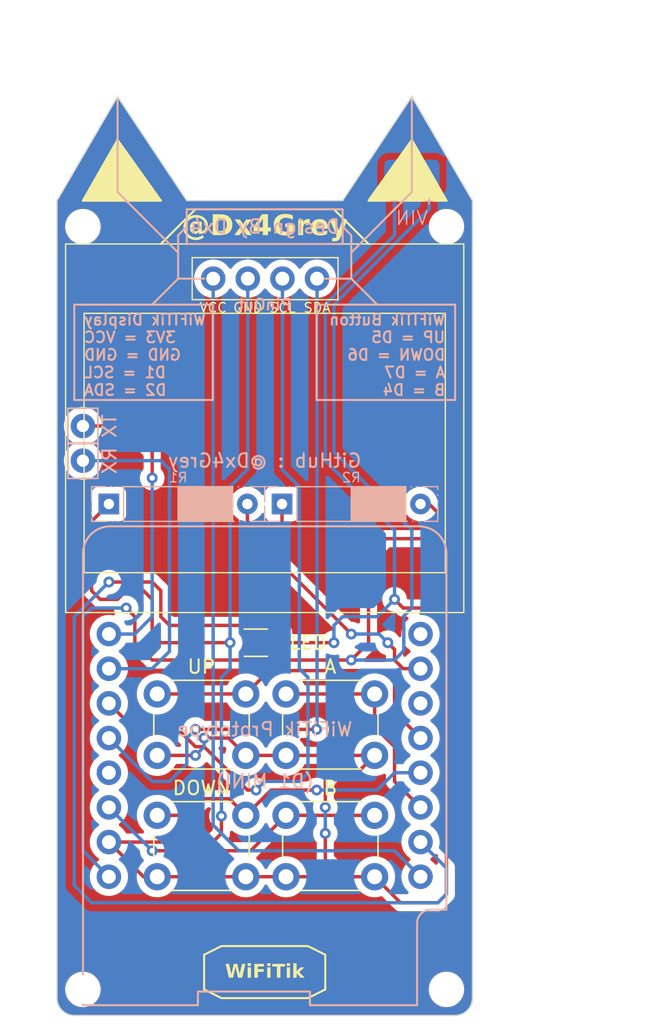
<source format=kicad_pcb>
(kicad_pcb (version 20221018) (generator pcbnew)
  (layers (0 "F.Cu" signal) (31 "B.Cu" signal) (34 "B.Paste" user) (35 "F.Paste" user) (36 "B.SilkS" user "B.Silkscreen") (37 "F.SilkS" user "F.Silkscreen") (38 "B.Mask" user) (39 "F.Mask" user) (44 "Edge.Cuts" user))
  (net 0 "")
  (net 1 "/GND")
  (net 2 "/VCC")
  (net 3 "/SCL")
  (net 4 "/SDA")
  (net 5 "/5V5")
  (net 6 "/UP")
  (net 7 "/A")
  (net 8 "/DOWN")
  (net 9 "/B")
  (net 10 "/BATLEVEL")
  (net 11 "/TX")
  (net 12 "/RX")
  (net 13 "/LED")
  (footprint "Button_Switch_THT:SW_PUSH_6mm" (layer "F.Cu") (at 150.865 119.325)
    (fp_text reference "UP" (at 3.25 -2) (layer "F.SilkS"))
    (fp_text value "SW_PUSH_6mm" hide)
    (fp_line (start -0.25 1.5) (end -0.25 3) (stroke (width 0.12)) (layer "F.SilkS"))
    (fp_line (start 1 5.5) (end 5.5 5.5) (stroke (width 0.12)) (layer "F.SilkS"))
    (fp_line (start 5.5 -1) (end 1 -1) (stroke (width 0.12)) (layer "F.SilkS"))
    (fp_line (start 6.75 3) (end 6.75 1.5) (stroke (width 0.12)) (layer "F.SilkS"))
    (pad "1" thru_hole circle (at 0 0 90) (size 2 2) (drill 1.1) (layers "*.Cu" "*.Mask") (net 6 "/UP"))
    (pad "1" thru_hole circle (at 6.5 0 90) (size 2 2) (drill 1.1) (layers "*.Cu" "*.Mask") (net 6 "/UP"))
    (pad "2" thru_hole circle (at 0 4.5 90) (size 2 2) (drill 1.1) (layers "*.Cu" "*.Mask") (net 1 "/GND"))
    (pad "2" thru_hole circle (at 6.5 4.5 90) (size 2 2) (drill 1.1) (layers "*.Cu" "*.Mask") (net 1 "/GND"))
  )
  (footprint "Button_Switch_THT:SW_PUSH_6mm" (layer "F.Cu") (at 160.315 119.325)
    (fp_text reference "A" (at 3.25 -2) (layer "F.SilkS"))
    (fp_text value "SW_PUSH_6mm" hide)
    (fp_line (start -0.25 1.5) (end -0.25 3) (stroke (width 0.12)) (layer "F.SilkS"))
    (fp_line (start 1 5.5) (end 5.5 5.5) (stroke (width 0.12)) (layer "F.SilkS"))
    (fp_line (start 5.5 -1) (end 1 -1) (stroke (width 0.12)) (layer "F.SilkS"))
    (fp_line (start 6.75 3) (end 6.75 1.5) (stroke (width 0.12)) (layer "F.SilkS"))
    (pad "1" thru_hole circle (at 0 0 90) (size 2 2) (drill 1.1) (layers "*.Cu" "*.Mask") (net 7 "/A"))
    (pad "1" thru_hole circle (at 6.5 0 90) (size 2 2) (drill 1.1) (layers "*.Cu" "*.Mask") (net 7 "/A"))
    (pad "2" thru_hole circle (at 0 4.5 90) (size 2 2) (drill 1.1) (layers "*.Cu" "*.Mask") (net 1 "/GND"))
    (pad "2" thru_hole circle (at 6.5 4.5 90) (size 2 2) (drill 1.1) (layers "*.Cu" "*.Mask") (net 1 "/GND"))
  )
  (footprint "LED_SMD:LED_Cree-XQ_HandSoldering" (layer "F.Cu") (at 158.75 115.57)
    (fp_text reference "LED" (at 3.175 0) (layer "F.SilkS"))
    (fp_text value "LED_Cree-XQ_HandSoldering" hide)
    (fp_line (start 0.2 -1) (end -1.5 -1) (stroke (width 0.12)) (layer "F.SilkS"))
    (fp_line (start 0.2 1) (end -1.5 1) (stroke (width 0.12)) (layer "F.SilkS"))
    (pad "1" smd rect (at -0.88 0) (size 1.25 1.6) (layers "F.Cu" "F.Paste" "F.Mask") (net 13 "/LED"))
    (pad "2" smd rect (at 0.88 0) (size 1.25 1.6) (layers "F.Cu" "F.Paste" "F.Mask") (net 1 "/GND"))
  )
  (footprint "WiFiTools:oled" (layer "F.Cu") (at 158.75 93.98)
    (fp_text reference "" (at 0 5.08 unlocked) (layer "F.SilkS") (effects (font (thickness 0.1))))
    (fp_text value "oled" hide)
    (fp_text user "GND" (at -1.24 -2.54 unlocked) (layer "F.SilkS") (effects (font (size 0.7 0.7) (thickness 0.1)) (justify bottom)))
    (fp_text user "SCL" (at 1.3 -2.54 unlocked) (layer "F.SilkS") (effects (font (size 0.7 0.7) (thickness 0.1)) (justify bottom)))
    (fp_text user "SDA" (at 3.84 -2.54 unlocked) (layer "F.SilkS") (effects (font (size 0.7 0.7) (thickness 0.1)) (justify bottom)))
    (fp_text user "VCC" (at -3.78 -2.54 unlocked) (layer "F.SilkS") (effects (font (size 0.7 0.7) (thickness 0.1)) (justify bottom)))
    (fp_line (start -14.605 -7.62) (end -14.605 19.38) (stroke (width 0.1)) (layer "F.SilkS"))
    (fp_line (start -14.605 -7.62) (end 14.605 -7.62) (stroke (width 0.1)) (layer "F.SilkS"))
    (fp_line (start -14.605 19.38) (end 14.605 19.38) (stroke (width 0.1)) (layer "F.SilkS"))
    (fp_line (start -13.25 -2.54) (end -13.25 16.46) (stroke (width 0.1)) (layer "F.SilkS"))
    (fp_line (start -13.25 -2.54) (end 13.25 -2.54) (stroke (width 0.1)) (layer "F.SilkS"))
    (fp_line (start -13.25 16.46) (end 13.25 16.46) (stroke (width 0.1)) (layer "F.SilkS"))
    (fp_line (start -5.32 -6.62) (end 5.38 -6.62) (stroke (width 0.1)) (layer "F.SilkS"))
    (fp_line (start -5.32 -3.54) (end -5.32 -6.62) (stroke (width 0.1)) (layer "F.SilkS"))
    (fp_line (start 5.38 -6.62) (end 5.38 -3.54) (stroke (width 0.1)) (layer "F.SilkS"))
    (fp_line (start 5.38 -3.54) (end -5.32 -3.54) (stroke (width 0.1)) (layer "F.SilkS"))
    (fp_line (start 13.25 -2.54) (end 13.25 16.46) (stroke (width 0.1)) (layer "F.SilkS"))
    (fp_line (start 14.605 -7.62) (end 14.605 19.38) (stroke (width 0.1)) (layer "F.SilkS"))
    (pad "1" thru_hole circle (at -3.78 -5.08) (size 1.8 1.8) (drill 1.016) (layers "*.Cu" "*.Mask") (net 2 "/VCC"))
    (pad "2" thru_hole circle (at -1.24 -5.08) (size 1.8 1.8) (drill 1.016) (layers "*.Cu" "*.Mask") (net 1 "/GND"))
    (pad "3" thru_hole circle (at 1.3 -5.08) (size 1.8 1.8) (drill 1.016) (layers "*.Cu" "*.Mask") (net 3 "/SCL"))
    (pad "4" thru_hole circle (at 3.84 -5.08) (size 1.8 1.8) (drill 1.016) (layers "*.Cu" "*.Mask") (net 4 "/SDA"))
  )
  (footprint "MountingHole:MountingHole_2.1mm" (layer "F.Cu") (at 172.085 85.09)
    (fp_text reference "Hole" hide)
    (fp_text value "MountingHole_2.1mm" hide)
    (pad "" np_thru_hole circle (at 0 0) (size 2.1 2.1) (drill 2.1) (layers "*.Cu" "*.Mask"))
  )
  (footprint "MountingHole:MountingHole_2.1mm" (layer "F.Cu") (at 145.415 85.09)
    (fp_text reference "Hole" hide)
    (fp_text value "MountingHole_2.1mm" hide)
    (pad "" np_thru_hole circle (at 0 0) (size 2.1 2.1) (drill 2.1) (layers "*.Cu" "*.Mask"))
  )
  (footprint "Button_Switch_THT:SW_PUSH_6mm" (layer "F.Cu") (at 160.315 128.215)
    (fp_text reference "B" (at 3.25 -2) (layer "F.SilkS"))
    (fp_text value "SW_PUSH_6mm" hide)
    (fp_line (start -0.25 1.5) (end -0.25 3) (stroke (width 0.12)) (layer "F.SilkS"))
    (fp_line (start 1 5.5) (end 5.5 5.5) (stroke (width 0.12)) (layer "F.SilkS"))
    (fp_line (start 5.5 -1) (end 1 -1) (stroke (width 0.12)) (layer "F.SilkS"))
    (fp_line (start 6.75 3) (end 6.75 1.5) (stroke (width 0.12)) (layer "F.SilkS"))
    (pad "1" thru_hole circle (at 0 0 90) (size 2 2) (drill 1.1) (layers "*.Cu" "*.Mask") (net 9 "/B"))
    (pad "1" thru_hole circle (at 6.5 0 90) (size 2 2) (drill 1.1) (layers "*.Cu" "*.Mask") (net 9 "/B"))
    (pad "2" thru_hole circle (at 0 4.5 90) (size 2 2) (drill 1.1) (layers "*.Cu" "*.Mask") (net 1 "/GND"))
    (pad "2" thru_hole circle (at 6.5 4.5 90) (size 2 2) (drill 1.1) (layers "*.Cu" "*.Mask") (net 1 "/GND"))
  )
  (footprint "MountingHole:MountingHole_2.1mm" (layer "F.Cu") (at 145.415 140.97)
    (fp_text reference "Hole" hide)
    (fp_text value "MountingHole_2.1mm" hide)
    (pad "" np_thru_hole circle (at 0 0) (size 2.1 2.1) (drill 2.1) (layers "*.Cu" "*.Mask"))
  )
  (footprint "Button_Switch_THT:SW_PUSH_6mm" (layer "F.Cu") (at 150.865 128.215)
    (fp_text reference "DOWN" (at 3.25 -2) (layer "F.SilkS"))
    (fp_text value "SW_PUSH_6mm" hide)
    (fp_line (start -0.25 1.5) (end -0.25 3) (stroke (width 0.12)) (layer "F.SilkS"))
    (fp_line (start 1 5.5) (end 5.5 5.5) (stroke (width 0.12)) (layer "F.SilkS"))
    (fp_line (start 5.5 -1) (end 1 -1) (stroke (width 0.12)) (layer "F.SilkS"))
    (fp_line (start 6.75 3) (end 6.75 1.5) (stroke (width 0.12)) (layer "F.SilkS"))
    (pad "1" thru_hole circle (at 0 0 90) (size 2 2) (drill 1.1) (layers "*.Cu" "*.Mask") (net 8 "/DOWN"))
    (pad "1" thru_hole circle (at 6.5 0 90) (size 2 2) (drill 1.1) (layers "*.Cu" "*.Mask") (net 8 "/DOWN"))
    (pad "2" thru_hole circle (at 0 4.5 90) (size 2 2) (drill 1.1) (layers "*.Cu" "*.Mask") (net 1 "/GND"))
    (pad "2" thru_hole circle (at 6.5 4.5 90) (size 2 2) (drill 1.1) (layers "*.Cu" "*.Mask") (net 1 "/GND"))
  )
  (footprint "MountingHole:MountingHole_2.1mm" (layer "F.Cu") (at 172.085 140.97)
    (fp_text reference "Hole" hide)
    (fp_text value "MountingHole_2.1mm" hide)
    (pad "" np_thru_hole circle (at 0 0) (size 2.1 2.1) (drill 2.1) (layers "*.Cu" "*.Mask"))
  )
  (footprint "Connector_Pin:Pin_D0.9mm_L10.0mm_W2.4mm_FlatFork" (layer "B.Cu") (at 145.415 102.235 -90)
    (fp_text reference "RX" (at 0 -1.95 -270) (layer "B.SilkS") (effects (justify mirror)))
    (fp_text value "Pin_D0.9mm_L10.0mm_W2.4mm_FlatFork" hide)
    (fp_line (start -1.3 -1.1) (end 1.3 -1.1) (stroke (width 0.12)) (layer "B.SilkS"))
    (fp_line (start -1.3 -0.6) (end -1.3 -1.1) (stroke (width 0.12)) (layer "B.SilkS"))
    (fp_line (start -1.3 1.1) (end -1.3 -0.6) (stroke (width 0.12)) (layer "B.SilkS"))
    (fp_line (start 1.3 -1.1) (end 1.3 1.1) (stroke (width 0.12)) (layer "B.SilkS"))
    (fp_line (start 1.3 1.1) (end -1.3 1.1) (stroke (width 0.12)) (layer "B.SilkS"))
    (pad "1" thru_hole circle (at 0 0 270) (size 1.8 1.8) (drill 0.9) (layers "*.Cu" "*.Mask") (net 12 "/RX"))
  )
  (footprint "WiFiTools:Resistor" (layer "B.Cu") (at 165.1 105.41 180)
    (fp_text reference "R2" (at 0 1.94 unlocked) (layer "B.SilkS") (effects (font (size 0.7 0.7) (thickness 0.1)) (justify mirror)))
    (fp_text value "Resistor")
    (fp_rect (start -6.35 1.27) (end 6.35 -1.27) (stroke (width 0.1) (type dash_dot_dot)) (fill none) (layer "B.SilkS"))
    (fp_rect (start -4 1.27) (end 0 -1.27) (stroke (width 0.1)) (fill solid) (layer "B.SilkS"))
    (fp_rect (start 0 1.27) (end 4 -1.27) (stroke (width 0.1)) (fill none) (layer "B.SilkS"))
    (pad "1" thru_hole circle (at -5.08 0 180) (size 1.524 1.524) (drill 0.762) (layers "*.Cu" "*.Mask") (net 5 "/5V5"))
    (pad "2" thru_hole rect (at 5.08 0 180) (size 1.524 1.524) (drill 0.762) (layers "*.Cu" "*.Mask") (net 10 "/BATLEVEL"))
  )
  (footprint "Connector_Pin:Pin_D0.9mm_L10.0mm_W2.4mm_FlatFork" (layer "B.Cu") (at 145.415 99.695 -90)
    (fp_text reference "TX" (at 0 -1.95 -270) (layer "B.SilkS") (effects (justify mirror)))
    (fp_text value "Pin_D0.9mm_L10.0mm_W2.4mm_FlatFork" hide)
    (fp_line (start -1.3 -1.1) (end 1.3 -1.1) (stroke (width 0.12)) (layer "B.SilkS"))
    (fp_line (start -1.3 -0.6) (end -1.3 -1.1) (stroke (width 0.12)) (layer "B.SilkS"))
    (fp_line (start -1.3 1.1) (end -1.3 -0.6) (stroke (width 0.12)) (layer "B.SilkS"))
    (fp_line (start 1.3 -1.1) (end 1.3 1.1) (stroke (width 0.12)) (layer "B.SilkS"))
    (fp_line (start 1.3 1.1) (end -1.3 1.1) (stroke (width 0.12)) (layer "B.SilkS"))
    (pad "1" thru_hole circle (at 0 0 270) (size 1.8 1.8) (drill 0.9) (layers "*.Cu" "*.Mask") (net 11 "/TX"))
  )
  (footprint "WiFiTools:Power 5V" (layer "B.Cu") (at 169.545 80.3335 180)
    (fp_text reference "VIN" (at 0 -4.1215 unlocked) (layer "B.SilkS") (effects (font (thickness 0.1)) (justify mirror)))
    (fp_text value "Power 5V")
    (fp_text user "+" (at -1.27 -2.84 unlocked) (layer "B.SilkS") (effects (font (size 0.6 0.6) (thickness 0.1)) (justify mirror)))
    (fp_text user "-" (at 1.27 -2.84 unlocked) (layer "B.SilkS") (effects (font (size 0.6 0.6) (thickness 0.1)) (justify mirror)))
    (pad "1" smd roundrect (at -1.27 -1 90) (size 2.286 1.524) (layers "B.Cu" "B.Paste" "B.Mask") (net 5 "/5V5"))
    (pad "2" smd roundrect (at 1.27 -1 90) (size 2.286 1.524) (layers "B.Cu" "B.Paste" "B.Mask") (net 1 "/GND"))
  )
  (footprint "WiFiTools:wemos-d1-mini-connectors-only" (layer "B.Cu") (at 158.75 123.825 90)
    (fp_text reference "(D1 MINI)" (at -1.905 0) (layer "B.SilkS") (effects (justify mirror)))
    (fp_text value "Wemos-D1-mini" hide)
    (fp_line (start -18.3 -13.33) (end 14.78 -13.33) (stroke (width 0.15)) (layer "B.SilkS"))
    (fp_line (start -18.3 -4.9) (end -18.3 -13.329999) (stroke (width 0.15)) (layer "B.SilkS"))
    (fp_line (start -18.3 3.32) (end -17.3 3.32) (stroke (width 0.15)) (layer "B.SilkS"))
    (fp_line (start -18.3 11.18) (end -18.3 3.32) (stroke (width 0.15)) (layer "B.SilkS"))
    (fp_line (start -18.3 11.18) (end -12.3 11.18) (stroke (width 0.15)) (layer "B.SilkS"))
    (fp_line (start -17.3 -4.9) (end -18.3 -4.9) (stroke (width 0.15)) (layer "B.SilkS"))
    (fp_line (start -17.3 3.32) (end -17.3 -4.9) (stroke (width 0.15)) (layer "B.SilkS"))
    (fp_line (start -11.3 12.17) (end -11.3 13.33) (stroke (width 0.15)) (layer "B.SilkS"))
    (fp_line (start -11.3 13.33) (end -11.3 13.33) (stroke (width 0.15)) (layer "B.SilkS"))
    (fp_line (start 14.78 13.33) (end -11.3 13.33) (stroke (width 0.15)) (layer "B.SilkS"))
    (fp_line (start 16.78 -11.33) (end 16.78 11.33) (stroke (width 0.15)) (layer "B.SilkS"))
    (fp_arc (start -12.3 11.18) (mid -11.592893 11.472893) (end -11.3 12.18) (stroke (width 0.15)) (layer "B.SilkS"))
    (fp_arc (start 14.78 -13.33) (mid 16.194214 -12.744214) (end 16.78 -11.33) (stroke (width 0.15)) (layer "B.SilkS"))
    (fp_arc (start 16.78 11.33) (mid 16.194214 12.744214) (end 14.78 13.33) (stroke (width 0.15)) (layer "B.SilkS"))
    (pad "1" thru_hole circle (at 8.89 11.43 90) (size 1.8 1.8) (drill 1.016) (layers "*.Cu" "*.Mask"))
    (pad "2" thru_hole circle (at 6.35 11.43 90) (size 1.8 1.8) (drill 1.016) (layers "*.Cu" "*.Mask") (net 10 "/BATLEVEL"))
    (pad "3" thru_hole circle (at 3.81 11.43 90) (size 1.8 1.8) (drill 1.016) (layers "*.Cu" "*.Mask"))
    (pad "4" thru_hole circle (at 1.27 11.43 90) (size 1.8 1.8) (drill 1.016) (layers "*.Cu" "*.Mask") (net 6 "/UP"))
    (pad "5" thru_hole circle (at -1.27 11.43 90) (size 1.8 1.8) (drill 1.016) (layers "*.Cu" "*.Mask") (net 8 "/DOWN"))
    (pad "6" thru_hole circle (at -3.81 11.43 90) (size 1.8 1.8) (drill 1.016) (layers "*.Cu" "*.Mask") (net 7 "/A"))
    (pad "7" thru_hole circle (at -6.35 11.43 90) (size 1.8 1.8) (drill 1.016) (layers "*.Cu" "*.Mask") (net 13 "/LED"))
    (pad "8" thru_hole circle (at -8.89 11.43 90) (size 1.8 1.8) (drill 1.016) (layers "*.Cu" "*.Mask") (net 2 "/VCC"))
    (pad "9" thru_hole circle (at -8.89 -11.43 90) (size 1.8 1.8) (drill 1.016) (layers "*.Cu" "*.Mask") (net 5 "/5V5"))
    (pad "10" thru_hole circle (at -6.35 -11.43 90) (size 1.8 1.8) (drill 1.016) (layers "*.Cu" "*.Mask") (net 1 "/GND"))
    (pad "11" thru_hole circle (at -3.81 -11.43 90) (size 1.8 1.8) (drill 1.016) (layers "*.Cu" "*.Mask") (net 9 "/B"))
    (pad "12" thru_hole circle (at -1.27 -11.43 90) (size 1.8 1.8) (drill 1.016) (layers "*.Cu" "*.Mask"))
    (pad "13" thru_hole circle (at 1.27 -11.43 90) (size 1.8 1.8) (drill 1.016) (layers "*.Cu" "*.Mask") (net 4 "/SDA"))
    (pad "14" thru_hole circle (at 3.81 -11.43 90) (size 1.8 1.8) (drill 1.016) (layers "*.Cu" "*.Mask") (net 3 "/SCL"))
    (pad "15" thru_hole circle (at 6.35 -11.43 90) (size 1.8 1.8) (drill 1.016) (layers "*.Cu" "*.Mask") (net 12 "/RX"))
    (pad "16" thru_hole circle (at 8.89 -11.43 90) (size 1.8 1.8) (drill 1.016) (layers "*.Cu" "*.Mask") (net 11 "/TX"))
  )
  (footprint "WiFiTools:Resistor" (layer "B.Cu") (at 152.4 105.41 180)
    (fp_text reference "R1" (at 0 1.94 unlocked) (layer "B.SilkS") (effects (font (size 0.7 0.7) (thickness 0.1)) (justify mirror)))
    (fp_text value "Resistor")
    (fp_rect (start -6.35 1.27) (end 6.35 -1.27) (stroke (width 0.1) (type dash_dot_dot)) (fill none) (layer "B.SilkS"))
    (fp_rect (start -4 1.27) (end 0 -1.27) (stroke (width 0.1)) (fill solid) (layer "B.SilkS"))
    (fp_rect (start 0 1.27) (end 4 -1.27) (stroke (width 0.1)) (fill none) (layer "B.SilkS"))
    (pad "1" thru_hole circle (at -5.08 0 180) (size 1.524 1.524) (drill 0.762) (layers "*.Cu" "*.Mask") (net 10 "/BATLEVEL"))
    (pad "2" thru_hole rect (at 5.08 0 180) (size 1.524 1.524) (drill 0.762) (layers "*.Cu" "*.Mask") (net 1 "/GND"))
  )
  (gr_line (start 165.1 85.725) (end 165.1 88.9) (stroke (width 0.15)) (layer "B.SilkS"))
  (gr_line (start 164.465 83.82) (end 153.035 83.82) (stroke (width 0.15)) (layer "B.SilkS"))
  (gr_line (start 169.545 75.565) (end 169.545 82.55) (stroke (width 0.15)) (layer "B.SilkS"))
  (gr_line (start 144.78 97.79) (end 154.94 97.79) (stroke (width 0.15)) (layer "B.SilkS"))
  (gr_line (start 164.465 86.36) (end 153.035 86.36) (stroke (width 0.15)) (layer "B.SilkS"))
  (gr_line (start 165.1 88.9) (end 167.005 90.805) (stroke (width 0.15)) (layer "B.SilkS"))
  (gr_line (start 153.035 83.82) (end 153.035 85.09) (stroke (width 0.15)) (layer "B.SilkS"))
  (gr_line (start 153.035 86.36) (end 153.035 85.09) (stroke (width 0.15)) (layer "B.SilkS"))
  (gr_line (start 164.465 85.09) (end 165.1 85.725) (stroke (width 0.15)) (layer "B.SilkS"))
  (gr_line (start 169.545 82.55) (end 165.1 86.995) (stroke (width 0.15)) (layer "B.SilkS"))
  (gr_line (start 172.72 97.79) (end 172.72 90.805) (stroke (width 0.15)) (layer "B.SilkS"))
  (gr_line (start 165.1 88.9) (end 163.195 88.9) (stroke (width 0.15)) (layer "B.SilkS"))
  (gr_line (start 154.94 97.79) (end 154.94 90.805) (stroke (width 0.15)) (layer "B.SilkS"))
  (gr_line (start 162.56 90.805) (end 162.56 97.79) (stroke (width 0.15)) (layer "B.SilkS"))
  (gr_line (start 162.56 97.79) (end 172.72 97.79) (stroke (width 0.15)) (layer "B.SilkS"))
  (gr_line (start 153.035 85.09) (end 152.4 85.725) (stroke (width 0.15)) (layer "B.SilkS"))
  (gr_line (start 147.955 75.565) (end 147.955 82.55) (stroke (width 0.15)) (layer "B.SilkS"))
  (gr_line (start 152.4 88.9) (end 150.495 90.805) (stroke (width 0.15)) (layer "B.SilkS"))
  (gr_line (start 147.955 82.55) (end 152.4 86.995) (stroke (width 0.15)) (layer "B.SilkS"))
  (gr_line (start 164.465 85.09) (end 164.465 83.82) (stroke (width 0.15)) (layer "B.SilkS"))
  (gr_line (start 172.72 90.805) (end 162.56 90.805) (stroke (width 0.15)) (layer "B.SilkS"))
  (gr_line (start 144.78 90.805) (end 144.78 97.79) (stroke (width 0.15)) (layer "B.SilkS"))
  (gr_line (start 152.4 88.9) (end 154.305 88.9) (stroke (width 0.15)) (layer "B.SilkS"))
  (gr_line (start 154.94 90.805) (end 144.78 90.805) (stroke (width 0.15)) (layer "B.SilkS"))
  (gr_line (start 152.4 85.725) (end 152.4 88.9) (stroke (width 0.15)) (layer "B.SilkS"))
  (gr_line (start 164.465 85.09) (end 164.465 86.36) (stroke (width 0.15)) (layer "B.SilkS"))
  (gr_line (start 163.195 138.43) (end 163.195 140.97) (stroke (width 0.15)) (layer "F.SilkS"))
  (gr_line (start 161.925 141.605) (end 155.575 141.605) (stroke (width 0.15)) (layer "F.SilkS"))
  (gr_poly (pts (xy 166.37 83.185) (xy 172.085 83.185) (xy 169.545 78.74)) (stroke (width 0.15)) (fill solid) (layer "F.SilkS"))
  (gr_line (start 145.415 83.185) (end 147.955 78.74) (stroke (width 0.15)) (layer "F.SilkS"))
  (gr_line (start 151.765 85.725) (end 153.67 83.82) (stroke (width 0.15)) (layer "F.SilkS"))
  (gr_line (start 154.305 138.43) (end 155.575 137.795) (stroke (width 0.15)) (layer "F.SilkS"))
  (gr_line (start 151.13 83.185) (end 145.415 83.185) (stroke (width 0.15)) (layer "F.SilkS"))
  (gr_line (start 154.305 140.97) (end 154.305 138.43) (stroke (width 0.15)) (layer "F.SilkS"))
  (gr_line (start 147.955 78.74) (end 151.13 83.185) (stroke (width 0.15)) (layer "F.SilkS"))
  (gr_line (start 165.735 85.725) (end 166.37 86.36) (stroke (width 0.15)) (layer "F.SilkS"))
  (gr_line (start 161.925 137.795) (end 163.195 138.43) (stroke (width 0.15)) (layer "F.SilkS"))
  (gr_line (start 153.67 83.82) (end 163.83 83.82) (stroke (width 0.15)) (layer "F.SilkS"))
  (gr_poly (pts (xy 147.955 78.74) (xy 145.415 83.185) (xy 151.13 83.185)) (stroke (width 0.15)) (fill solid) (layer "F.SilkS"))
  (gr_line (start 172.085 83.185) (end 169.545 78.74) (stroke (width 0.15)) (layer "F.SilkS"))
  (gr_line (start 166.37 83.185) (end 172.085 83.185) (stroke (width 0.15)) (layer "F.SilkS"))
  (gr_line (start 163.195 140.97) (end 161.925 141.605) (stroke (width 0.15)) (layer "F.SilkS"))
  (gr_line (start 155.575 141.605) (end 154.305 140.97) (stroke (width 0.15)) (layer "F.SilkS"))
  (gr_line (start 151.13 86.36) (end 151.765 85.725) (stroke (width 0.15)) (layer "F.SilkS"))
  (gr_line (start 155.575 137.795) (end 161.925 137.795) (stroke (width 0.15)) (layer "F.SilkS"))
  (gr_line (start 169.545 78.74) (end 166.37 83.185) (stroke (width 0.15)) (layer "F.SilkS"))
  (gr_line (start 163.83 83.82) (end 165.735 85.725) (stroke (width 0.15)) (layer "F.SilkS"))
  (gr_arc (start 144.78 142.875) (mid 143.881974 142.503026) (end 143.51 141.605) (stroke (width 0.1)) (layer "Edge.Cuts"))
  (gr_line (start 153.035 83.185) (end 164.465 83.185) (stroke (width 0.1)) (layer "Edge.Cuts"))
  (gr_line (start 169.545 75.565) (end 173.99 83.185) (stroke (width 0.1)) (layer "Edge.Cuts"))
  (gr_line (start 173.99 85.725) (end 173.99 141.605) (stroke (width 0.1)) (layer "Edge.Cuts"))
  (gr_line (start 172.72 142.875) (end 144.78 142.875) (stroke (width 0.1)) (layer "Edge.Cuts"))
  (gr_line (start 147.955 75.565) (end 153.035 83.185) (stroke (width 0.1)) (layer "Edge.Cuts"))
  (gr_line (start 143.51 85.725) (end 143.51 141.605) (stroke (width 0.1)) (layer "Edge.Cuts"))
  (gr_line (start 143.51 83.185) (end 147.955 75.565) (stroke (width 0.1)) (layer "Edge.Cuts"))
  (gr_line (start 164.465 83.185) (end 169.545 75.565) (stroke (width 0.1)) (layer "Edge.Cuts"))
  (gr_arc (start 173.99 141.605) (mid 173.618026 142.503026) (end 172.72 142.875) (stroke (width 0.1)) (layer "Edge.Cuts"))
  (gr_line (start 143.51 83.185) (end 143.51 85.725) (stroke (width 0.1)) (layer "Edge.Cuts"))
  (gr_line (start 173.99 83.185) (end 173.99 85.725) (stroke (width 0.1)) (layer "Edge.Cuts"))
  (gr_text "GitHub : @Dx4Grey" (at 158.75 102.235) (layer "B.SilkS") (effects (font (size 1 1)) (justify mirror)))
  (gr_text "WiFITik Display\n3V3 = VCC\nGND = GND\nD1 = SCL\nD2 = SDA" (at 145.415 91.44) (layer "B.SilkS") (effects (font (size 0.8 0.8)) (justify right top mirror)))
  (gr_text "WiFiTik Prototype" (at 158.75 121.92) (layer "B.SilkS") (effects (font (size 1 1)) (justify mirror)))
  (gr_text "PinOut\n" (at 158.75 90.805) (layer "B.SilkS") (effects (font (size 0.8 0.8)) (justify mirror)))
  (gr_text "WiFITik Button\nUP = D5\nDOWN = D6\nA = D7\nB = D4\n" (at 172.085 91.44) (layer "B.SilkS") (effects (font (size 0.8 0.8)) (justify left top mirror)))
  (gr_text "Design By Dx4" (at 158.75 85.09) (layer "B.SilkS") (effects (font (size 1 1)) (justify mirror)))
  (gr_text "@Dx4Grey" (at 158.75 85.09) (layer "F.SilkS") (effects (font (size 1.5 1.5) (thickness 0.2) bold)))
  (gr_text "WiFiTik" (at 158.75 139.7) (layer "F.SilkS") (effects (font (size 1 1) (thickness 0.25) bold)))
  (segment (start 172.085 113.665) (end 171.45 113.03) (width 0.25) (layer "F.Cu") (net 1))
  (segment (start 168.909998 113.03) (end 168.275 112.395002) (width 0.25) (layer "F.Cu") (net 1))
  (segment (start 146.05 106.68) (end 146.05 111.76) (width 0.25) (layer "F.Cu") (net 1))
  (segment (start 151.13 115.57) (end 156.21 115.57) (width 0.25) (layer "F.Cu") (net 1))
  (segment (start 150.865 132.715) (end 157.365 132.715) (width 0.25) (layer "F.Cu") (net 1))
  (segment (start 147.955 112.395) (end 148.59 111.76) (width 0.25) (layer "F.Cu") (net 1))
  (segment (start 157.365 123.825) (end 156.095 122.555) (width 0.25) (layer "F.Cu") (net 1))
  (segment (start 171.45 134.62) (end 172.085 133.985) (width 0.25) (layer "F.Cu") (net 1))
  (segment (start 171.45 113.03) (end 168.909998 113.03) (width 0.25) (layer "F.Cu") (net 1))
  (segment (start 150.865 123.825) (end 153.67 123.825) (width 0.25) (layer "F.Cu") (net 1))
  (segment (start 148.59 111.76) (end 149.86 111.76) (width 0.25) (layer "F.Cu") (net 1))
  (segment (start 165.545 125.095) (end 163.83 125.095) (width 0.25) (layer "F.Cu") (net 1))
  (segment (start 163.195 131.445) (end 164.465 132.715) (width 0.25) (layer "F.Cu") (net 1))
  (segment (start 146.685 112.395) (end 147.955 112.395) (width 0.25) (layer "F.Cu") (net 1))
  (segment (start 163.195 129.54) (end 163.195 131.445) (width 0.25) (layer "F.Cu") (net 1))
  (segment (start 150.495 112.395) (end 150.495 114.935) (width 0.25) (layer "F.Cu") (net 1))
  (segment (start 159.63 115.57) (end 163.83 115.57) (width 0.25) (layer "F.Cu") (net 1))
  (segment (start 166.815 132.715) (end 168.72 134.62) (width 0.25) (layer "F.Cu") (net 1))
  (segment (start 166.815 123.825) (end 160.315 123.825) (width 0.25) (layer "F.Cu") (net 1))
  (segment (start 149.86 132.715) (end 150.865 132.715) (width 0.25) (layer "F.Cu") (net 1))
  (segment (start 157.365 123.825) (end 160.315 123.825) (width 0.25) (layer "F.Cu") (net 1))
  (segment (start 147.32 130.175) (end 149.86 132.715) (width 0.25) (layer "F.Cu") (net 1))
  (segment (start 163.195 125.73) (end 163.195 127.635) (width 0.25) (layer "F.Cu") (net 1))
  (segment (start 155.575 128.27) (end 155.575 129.54) (width 0.25) (layer "F.Cu") (net 1))
  (segment (start 146.05 111.76) (end 146.685 112.395) (width 0.25) (layer "F.Cu") (net 1))
  (segment (start 156.095 122.555) (end 154.305 122.555) (width 0.25) (layer "F.Cu") (net 1))
  (segment (start 157.365 132.715) (end 160.315 132.715) (width 0.25) (layer "F.Cu") (net 1))
  (segment (start 149.86 111.76) (end 150.495 112.395) (width 0.25) (layer "F.Cu") (net 1))
  (segment (start 166.815 123.825) (end 165.545 125.095) (width 0.25) (layer "F.Cu") (net 1))
  (segment (start 160.315 132.715) (end 164.465 132.715) (width 0.25) (layer "F.Cu") (net 1))
  (segment (start 154.94 130.175) (end 147.32 130.175) (width 0.25) (layer "F.Cu") (net 1))
  (segment (start 155.575 129.54) (end 154.94 130.175) (width 0.25) (layer "F.Cu") (net 1))
  (segment (start 164.465 132.715) (end 166.815 132.715) (width 0.25) (layer "F.Cu") (net 1))
  (segment (start 150.495 114.935) (end 151.13 115.57) (width 0.25) (layer "F.Cu") (net 1))
  (segment (start 168.72 134.62) (end 171.45 134.62) (width 0.25) (layer "F.Cu") (net 1))
  (segment (start 163.83 125.095) (end 163.195 125.73) (width 0.25) (layer "F.Cu") (net 1))
  (segment (start 172.085 133.985) (end 172.085 113.665) (width 0.25) (layer "F.Cu") (net 1))
  (segment (start 147.32 105.41) (end 146.05 106.68) (width 0.25) (layer "F.Cu") (net 1))
  (via (at 153.67 123.825) (size 0.8) (drill 0.4) (layers "F.Cu" "B.Cu") (net 1))
  (via (at 155.575 128.27) (size 0.8) (drill 0.4) (layers "F.Cu" "B.Cu") (net 1))
  (via (at 163.83 115.57) (size 0.8) (drill 0.4) (layers "F.Cu" "B.Cu") (net 1))
  (via (at 154.305 122.555) (size 0.8) (drill 0.4) (layers "F.Cu" "B.Cu") (net 1))
  (via (at 163.195 127.635) (size 0.8) (drill 0.4) (layers "F.Cu" "B.Cu") (net 1))
  (via (at 156.21 115.57) (size 0.8) (drill 0.4) (layers "F.Cu" "B.Cu") (net 1))
  (via (at 163.195 129.54) (size 0.8) (drill 0.4) (layers "F.Cu" "B.Cu") (net 1))
  (via (at 168.275 112.395002) (size 0.8) (drill 0.4) (layers "F.Cu" "B.Cu") (net 1))
  (segment (start 156.21 104.14) (end 156.21 107.315) (width 0.25) (layer "B.Cu") (net 1))
  (segment (start 156.21 107.315) (end 156.21 117.475) (width 0.25) (layer "B.Cu") (net 1))
  (segment (start 156.21 117.475) (end 155.575 118.11) (width 0.25) (layer "B.Cu") (net 1))
  (segment (start 167.005002 113.665) (end 164.465 113.665) (width 0.25) (layer "B.Cu") (net 1))
  (segment (start 154.305 123.19) (end 154.305 122.555) (width 0.25) (layer "B.Cu") (net 1))
  (segment (start 157.51 102.84) (end 156.21 104.14) (width 0.25) (layer "B.Cu") (net 1))
  (segment (start 153.67 123.825) (end 154.305 123.19) (width 0.25) (layer "B.Cu") (net 1))
  (segment (start 163.83 114.3) (end 163.83 115.57) (width 0.25) (layer "B.Cu") (net 1))
  (segment (start 163.195 90.803604) (end 163.195 102.235) (width 0.25) (layer "B.Cu") (net 1))
  (segment (start 163.195 102.235) (end 168.275 107.315) (width 0.25) (layer "B.Cu") (net 1))
  (segment (start 168.275 81.3335) (end 168.275 85.723604) (width 0.25) (layer "B.Cu") (net 1))
  (segment (start 163.195 127.635) (end 163.195 129.54) (width 0.25) (layer "B.Cu") (net 1))
  (segment (start 168.275 85.723604) (end 163.195 90.803604) (width 0.25) (layer "B.Cu") (net 1))
  (segment (start 155.575 118.11) (end 155.575 128.27) (width 0.25) (layer "B.Cu") (net 1))
  (segment (start 168.275 107.315) (end 168.275 112.395) (width 0.25) (layer "B.Cu") (net 1))
  (segment (start 168.275 112.395002) (end 167.005002 113.665) (width 0.25) (layer "B.Cu") (net 1))
  (segment (start 164.465 113.665) (end 163.83 114.3) (width 0.25) (layer "B.Cu") (net 1))
  (segment (start 157.51 88.9) (end 157.51 102.84) (width 0.25) (layer "B.Cu") (net 1))
  (segment (start 156.845 130.81) (end 168.275 130.81) (width 0.25) (layer "B.Cu") (net 2))
  (segment (start 154.97 128.935) (end 156.845 130.81) (width 0.25) (layer "B.Cu") (net 2))
  (segment (start 154.97 88.9) (end 154.97 128.935) (width 0.25) (layer "B.Cu") (net 2))
  (segment (start 168.275 130.81) (end 170.18 132.715) (width 0.25) (layer "B.Cu") (net 2))
  (segment (start 153.67 123.19) (end 151.765 121.285) (width 0.25) (layer "F.Cu") (net 3))
  (segment (start 158.115 126.365) (end 157.48 126.365) (width 0.25) (layer "F.Cu") (net 3))
  (segment (start 157.48 126.365) (end 154.305 123.19) (width 0.25) (layer "F.Cu") (net 3))
  (segment (start 154.305 123.19) (end 153.67 123.19) (width 0.25) (layer "F.Cu") (net 3))
  (segment (start 151.765 121.285) (end 148.59 121.285) (width 0.25) (layer "F.Cu") (net 3))
  (segment (start 148.59 121.285) (end 147.32 120.015) (width 0.25) (layer "F.Cu") (net 3))
  (via (at 158.115 126.365) (size 0.8) (drill 0.4) (layers "F.Cu" "B.Cu") (net 3))
  (segment (start 160.05 88.9) (end 160.05 102.9) (width 0.25) (layer "B.Cu") (net 3))
  (segment (start 161.29 117.475) (end 161.925 118.11) (width 0.25) (layer "B.Cu") (net 3))
  (segment (start 161.29 125.73) (end 158.75 125.73) (width 0.25) (layer "B.Cu") (net 3))
  (segment (start 158.75 125.73) (end 158.115 126.365) (width 0.25) (layer "B.Cu") (net 3))
  (segment (start 161.29 104.14) (end 161.29 117.475) (width 0.25) (layer "B.Cu") (net 3))
  (segment (start 161.925 125.095) (end 161.29 125.73) (width 0.25) (layer "B.Cu") (net 3))
  (segment (start 161.925 118.11) (end 161.925 125.095) (width 0.25) (layer "B.Cu") (net 3))
  (segment (start 160.05 102.9) (end 161.29 104.14) (width 0.25) (layer "B.Cu") (net 3))
  (segment (start 153.67 121.92) (end 162.56 121.92) (width 0.25) (layer "F.Cu") (net 4))
  (via (at 153.67 121.92) (size 0.8) (drill 0.4) (layers "F.Cu" "B.Cu") (net 4))
  (via (at 162.56 121.92) (size 0.8) (drill 0.4) (layers "F.Cu" "B.Cu") (net 4))
  (segment (start 153.035 122.555) (end 153.67 121.92) (width 0.25) (layer "B.Cu") (net 4))
  (segment (start 150.495 125.73) (end 151.765 125.73) (width 0.25) (layer "B.Cu") (net 4))
  (segment (start 153.035 124.46) (end 153.035 122.555) (width 0.25) (layer "B.Cu") (net 4))
  (segment (start 147.32 122.555) (end 150.495 125.73) (width 0.25) (layer "B.Cu") (net 4))
  (segment (start 151.765 125.73) (end 153.035 124.46) (width 0.25) (layer "B.Cu") (net 4))
  (segment (start 162.59 121.89) (end 162.59 88.9) (width 0.25) (layer "B.Cu") (net 4))
  (segment (start 162.56 121.92) (end 162.59 121.89) (width 0.25) (layer "B.Cu") (net 4))
  (segment (start 166.37 115.569988) (end 166.37 111.76) (width 0.25) (layer "F.Cu") (net 5))
  (segment (start 167.005 108.585) (end 167.64 107.95) (width 0.25) (layer "F.Cu") (net 5))
  (segment (start 149.225 115.57) (end 150.494988 116.839988) (width 0.25) (layer "F.Cu") (net 5))
  (segment (start 148.59 113.03) (end 149.225 113.665) (width 0.25) (layer "F.Cu") (net 5))
  (segment (start 171.45 106.045) (end 170.815 105.41) (width 0.25) (layer "F.Cu") (net 5))
  (segment (start 166.37 111.76) (end 167.005 111.125) (width 0.25) (layer "F.Cu") (net 5))
  (segment (start 170.815 105.41) (end 170.18 105.41) (width 0.25) (layer "F.Cu") (net 5))
  (segment (start 167.005 111.125) (end 167.005 108.585) (width 0.25) (layer "F.Cu") (net 5))
  (segment (start 171.45 107.315) (end 171.45 106.045) (width 0.25) (layer "F.Cu") (net 5))
  (segment (start 170.815 107.95) (end 171.45 107.315) (width 0.25) (layer "F.Cu") (net 5))
  (segment (start 165.1 116.839988) (end 166.37 115.569988) (width 0.25) (layer "F.Cu") (net 5))
  (segment (start 149.225 113.665) (end 149.225 115.57) (width 0.25) (layer "F.Cu") (net 5))
  (segment (start 167.64 107.95) (end 170.815 107.95) (width 0.25) (layer "F.Cu") (net 5))
  (segment (start 150.494988 116.839988) (end 165.1 116.839988) (width 0.25) (layer "F.Cu") (net 5))
  (via (at 165.1 116.839988) (size 0.8) (drill 0.4) (layers "F.Cu" "B.Cu") (net 5))
  (via (at 148.59 113.03) (size 0.8) (drill 0.4) (layers "F.Cu" "B.Cu") (net 5))
  (segment (start 165.1 116.84) (end 168.275 116.84) (width 0.25) (layer "B.Cu") (net 5))
  (segment (start 163.83 90.805) (end 170.815 83.82) (width 0.25) (layer "B.Cu") (net 5))
  (segment (start 145.415 113.665) (end 146.05 113.03) (width 0.25) (layer "B.Cu") (net 5))
  (segment (start 168.955 113.62) (end 169.545 113.03) (width 0.25) (layer "B.Cu") (net 5))
  (segment (start 168.275 116.84) (end 168.955 116.16) (width 0.25) (layer "B.Cu") (net 5))
  (segment (start 168.955 116.16) (end 168.955 113.62) (width 0.25) (layer "B.Cu") (net 5))
  (segment (start 146.05 113.03) (end 148.59 113.03) (width 0.25) (layer "B.Cu") (net 5))
  (segment (start 145.415 130.81) (end 145.415 113.665) (width 0.25) (layer "B.Cu") (net 5))
  (segment (start 163.83 101.6) (end 163.83 90.805) (width 0.25) (layer "B.Cu") (net 5))
  (segment (start 147.32 132.715) (end 145.415 130.81) (width 0.25) (layer "B.Cu") (net 5))
  (segment (start 169.545 113.03) (end 169.545 107.315) (width 0.25) (layer "B.Cu") (net 5))
  (segment (start 169.545 107.315) (end 163.83 101.6) (width 0.25) (layer "B.Cu") (net 5))
  (segment (start 170.815 83.82) (end 170.815 81.3335) (width 0.25) (layer "B.Cu") (net 5))
  (segment (start 150.865 119.325) (end 157.365 119.325) (width 0.25) (layer "F.Cu") (net 6))
  (segment (start 157.365 119.325) (end 159.074998 117.615002) (width 0.25) (layer "F.Cu") (net 6))
  (segment (start 167.780002 117.615002) (end 168.275 118.11) (width 0.25) (layer "F.Cu") (net 6))
  (segment (start 168.275 118.11) (end 168.275 120.65) (width 0.25) (layer "F.Cu") (net 6))
  (segment (start 168.275 120.65) (end 170.18 122.555) (width 0.25) (layer "F.Cu") (net 6))
  (segment (start 159.074998 117.615002) (end 167.780002 117.615002) (width 0.25) (layer "F.Cu") (net 6))
  (segment (start 168.275 123.19) (end 168.275 125.73) (width 0.25) (layer "F.Cu") (net 7))
  (segment (start 168.275 125.73) (end 170.18 127.635) (width 0.25) (layer "F.Cu") (net 7))
  (segment (start 166.815 121.73) (end 168.275 123.19) (width 0.25) (layer "F.Cu") (net 7))
  (segment (start 160.315 119.325) (end 166.815 119.325) (width 0.25) (layer "F.Cu") (net 7))
  (segment (start 166.815 119.325) (end 166.815 121.73) (width 0.25) (layer "F.Cu") (net 7))
  (segment (start 153.09 128.215) (end 154.305 127) (width 0.25) (layer "F.Cu") (net 8))
  (segment (start 157.365 128.215) (end 159.215 126.365) (width 0.25) (layer "F.Cu") (net 8))
  (segment (start 156.15 127) (end 157.365 128.215) (width 0.25) (layer "F.Cu") (net 8))
  (segment (start 154.305 127) (end 156.15 127) (width 0.25) (layer "F.Cu") (net 8))
  (segment (start 150.865 128.215) (end 153.09 128.215) (width 0.25) (layer "F.Cu") (net 8))
  (segment (start 159.215 126.365) (end 160.02 126.365) (width 0.25) (layer "F.Cu") (net 8))
  (segment (start 160.02 126.365) (end 162.56 126.365) (width 0.25) (layer "F.Cu") (net 8))
  (via (at 162.56 126.365) (size 0.8) (drill 0.4) (layers "F.Cu" "B.Cu") (net 8))
  (segment (start 167.005 126.365) (end 168.275 125.095) (width 0.25) (layer "B.Cu") (net 8))
  (segment (start 162.56 126.365) (end 167.005 126.365) (width 0.25) (layer "B.Cu") (net 8))
  (segment (start 168.275 125.095) (end 170.18 125.095) (width 0.25) (layer "B.Cu") (net 8))
  (segment (start 157.72 130.81) (end 150.495 130.81) (width 0.25) (layer "F.Cu") (net 9))
  (segment (start 160.315 128.215) (end 166.815 128.215) (width 0.25) (layer "F.Cu") (net 9))
  (segment (start 160.315 128.215) (end 157.72 130.81) (width 0.25) (layer "F.Cu") (net 9))
  (via (at 150.495 130.81) (size 0.8) (drill 0.4) (layers "F.Cu" "B.Cu") (net 9))
  (segment (start 147.32 127.635) (end 150.495 130.81) (width 0.25) (layer "B.Cu") (net 9))
  (segment (start 168.275 116.065) (end 168.275 116.84) (width 0.25) (layer "F.Cu") (net 10))
  (segment (start 160.02 107.315) (end 160.02 105.41) (width 0.25) (layer "F.Cu") (net 10))
  (segment (start 157.48 105.41) (end 157.48 107.315) (width 0.25) (layer "F.Cu") (net 10))
  (segment (start 160.02 109.855) (end 160.655 110.49) (width 0.25) (layer "F.Cu") (net 10))
  (segment (start 168.91 117.475) (end 170.18 117.475) (width 0.25) (layer "F.Cu") (net 10))
  (segment (start 159.385 107.95) (end 160.02 107.315) (width 0.25) (layer "F.Cu") (net 10))
  (segment (start 167.78 115.57) (end 168.275 116.065) (width 0.25) (layer "F.Cu") (net 10))
  (segment (start 160.655 110.49) (end 165.1 114.935) (width 0.25) (layer "F.Cu") (net 10))
  (segment (start 168.275 116.84) (end 168.91 117.475) (width 0.25) (layer "F.Cu") (net 10))
  (segment (start 157.48 107.315) (end 158.115 107.95) (width 0.25) (layer "F.Cu") (net 10))
  (segment (start 160.02 107.315) (end 160.02 109.855) (width 0.25) (layer "F.Cu") (net 10))
  (segment (start 158.115 107.95) (end 159.385 107.95) (width 0.25) (layer "F.Cu") (net 10))
  (via (at 167.78 115.57) (size 0.8) (drill 0.4) (layers "F.Cu" "B.Cu") (net 10))
  (via (at 165.1 114.935) (size 0.8) (drill 0.4) (layers "F.Cu" "B.Cu") (net 10))
  (segment (start 167.145 114.935) (end 167.78 115.57) (width 0.25) (layer "B.Cu") (net 10))
  (segment (start 165.1 114.935) (end 167.145 114.935) (width 0.25) (layer "B.Cu") (net 10))
  (segment (start 148.59 99.695) (end 150.495 101.6) (width 0.25) (layer "F.Cu") (net 11))
  (segment (start 145.415 99.695) (end 148.59 99.695) (width 0.25) (layer "F.Cu") (net 11))
  (segment (start 150.495 101.6) (end 150.495 103.505) (width 0.25) (layer "F.Cu") (net 11))
  (via (at 150.495 103.505) (size 0.8) (drill 0.4) (layers "F.Cu" "B.Cu") (net 11))
  (segment (start 150.495 113.665) (end 149.225 114.935) (width 0.25) (layer "B.Cu") (net 11))
  (segment (start 149.225 114.935) (end 147.32 114.935) (width 0.25) (layer "B.Cu") (net 11))
  (segment (start 150.495 107.315) (end 150.495 103.505) (width 0.25) (layer "B.Cu") (net 11))
  (segment (start 150.495 107.315) (end 150.495 113.665) (width 0.25) (layer "B.Cu") (net 11))
  (segment (start 151.13 102.235) (end 145.415 102.235) (width 0.25) (layer "B.Cu") (net 12))
  (segment (start 151.765 116.205) (end 150.495 117.475) (width 0.25) (layer "B.Cu") (net 12))
  (segment (start 150.495 117.475) (end 147.32 117.475) (width 0.25) (layer "B.Cu") (net 12))
  (segment (start 151.765 102.87) (end 151.13 102.235) (width 0.25) (layer "B.Cu") (net 12))
  (segment (start 151.765 102.87) (end 151.765 116.205) (width 0.25) (layer "B.Cu") (net 12))
  (segment (start 151.13 111.76) (end 150.495 111.125) (width 0.25) (layer "F.Cu") (net 13))
  (segment (start 156.845 114.3) (end 151.765 114.3) (width 0.25) (layer "F.Cu") (net 13))
  (segment (start 151.13 113.665) (end 151.13 111.76) (width 0.25) (layer "F.Cu") (net 13))
  (segment (start 157.87 115.57) (end 157.87 115.325) (width 0.25) (layer "F.Cu") (net 13))
  (segment (start 151.765 114.3) (end 151.13 113.665) (width 0.25) (layer "F.Cu") (net 13))
  (segment (start 150.495 111.125) (end 147.32 111.125) (width 0.25) (layer "F.Cu") (net 13))
  (segment (start 157.87 115.325) (end 156.845 114.3) (width 0.25) (layer "F.Cu") (net 13))
  (via (at 147.32 111.125) (size 0.8) (drill 0.4) (layers "F.Cu" "B.Cu") (net 13))
  (segment (start 172.085 133.985) (end 172.085 132.08) (width 0.25) (layer "B.Cu") (net 13))
  (segment (start 146.05 134.62) (end 171.45 134.62) (width 0.25) (layer "B.Cu") (net 13))
  (segment (start 172.085 132.08) (end 170.18 130.175) (width 0.25) (layer "B.Cu") (net 13))
  (segment (start 144.78 113.665) (end 144.78 133.35) (width 0.25) (layer "B.Cu") (net 13))
  (segment (start 144.78 133.35) (end 146.05 134.62) (width 0.25) (layer "B.Cu") (net 13))
  (segment (start 171.45 134.62) (end 172.085 133.985) (width 0.25) (layer "B.Cu") (net 13))
  (segment (start 147.32 111.125) (end 144.78 113.665) (width 0.25) (layer "B.Cu") (net 13))
  (zone (net 0) (net_name "") (layers "F&B.Cu") (connect_pads (clearance 0.5)) (min_thickness 0.25) (fill yes (thermal_gap 0.5) (thermal_bridge_width 0.5) (smoothing chamfer) (island_removal_mode 1) (island_area_min 10))
    (polygon (pts (xy 143.51 74.93) (xy 173.99 74.93) (xy 173.99 143.51) (xy 143.51 143.51)))
  )
)
</source>
